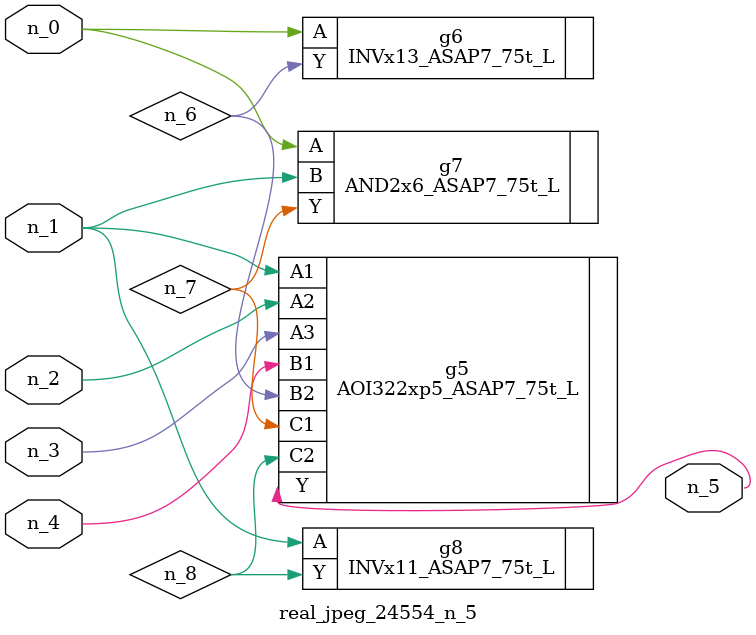
<source format=v>
module real_jpeg_24554_n_5 (n_4, n_0, n_1, n_2, n_3, n_5);

input n_4;
input n_0;
input n_1;
input n_2;
input n_3;

output n_5;

wire n_8;
wire n_6;
wire n_7;

INVx13_ASAP7_75t_L g6 ( 
.A(n_0),
.Y(n_6)
);

AND2x6_ASAP7_75t_L g7 ( 
.A(n_0),
.B(n_1),
.Y(n_7)
);

AOI322xp5_ASAP7_75t_L g5 ( 
.A1(n_1),
.A2(n_2),
.A3(n_3),
.B1(n_4),
.B2(n_6),
.C1(n_7),
.C2(n_8),
.Y(n_5)
);

INVx11_ASAP7_75t_L g8 ( 
.A(n_1),
.Y(n_8)
);


endmodule
</source>
